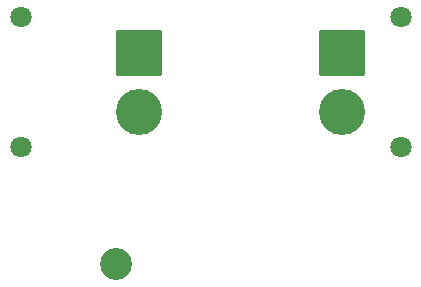
<source format=gbr>
%TF.GenerationSoftware,KiCad,Pcbnew,6.0.4-6f826c9f35~116~ubuntu20.04.1*%
%TF.CreationDate,2022-03-30T13:27:23+00:00*%
%TF.ProjectId,TFSBEC01A,54465342-4543-4303-9141-2e6b69636164,rev?*%
%TF.SameCoordinates,Original*%
%TF.FileFunction,Soldermask,Top*%
%TF.FilePolarity,Negative*%
%FSLAX46Y46*%
G04 Gerber Fmt 4.6, Leading zero omitted, Abs format (unit mm)*
G04 Created by KiCad (PCBNEW 6.0.4-6f826c9f35~116~ubuntu20.04.1) date 2022-03-30 13:27:23*
%MOMM*%
%LPD*%
G01*
G04 APERTURE LIST*
G04 Aperture macros list*
%AMRoundRect*
0 Rectangle with rounded corners*
0 $1 Rounding radius*
0 $2 $3 $4 $5 $6 $7 $8 $9 X,Y pos of 4 corners*
0 Add a 4 corners polygon primitive as box body*
4,1,4,$2,$3,$4,$5,$6,$7,$8,$9,$2,$3,0*
0 Add four circle primitives for the rounded corners*
1,1,$1+$1,$2,$3*
1,1,$1+$1,$4,$5*
1,1,$1+$1,$6,$7*
1,1,$1+$1,$8,$9*
0 Add four rect primitives between the rounded corners*
20,1,$1+$1,$2,$3,$4,$5,0*
20,1,$1+$1,$4,$5,$6,$7,0*
20,1,$1+$1,$6,$7,$8,$9,0*
20,1,$1+$1,$8,$9,$2,$3,0*%
G04 Aperture macros list end*
%ADD10C,1.800000*%
%ADD11RoundRect,0.200000X-1.750000X1.750000X-1.750000X-1.750000X1.750000X-1.750000X1.750000X1.750000X0*%
%ADD12C,3.900000*%
%ADD13RoundRect,0.200000X1.750000X-1.750000X1.750000X1.750000X-1.750000X1.750000X-1.750000X-1.750000X0*%
%ADD14C,2.700000*%
G04 APERTURE END LIST*
D10*
%TO.C,J19*%
X35500000Y16500000D03*
X35500000Y27500000D03*
D11*
X30500000Y24500000D03*
D12*
X30500000Y19500000D03*
%TD*%
D10*
%TO.C,J18*%
X3335000Y27500000D03*
X3335000Y16500000D03*
D13*
X13335000Y24500000D03*
D12*
X13335000Y19500000D03*
%TD*%
D14*
%TO.C,D1*%
X11437800Y6604000D03*
%TD*%
M02*

</source>
